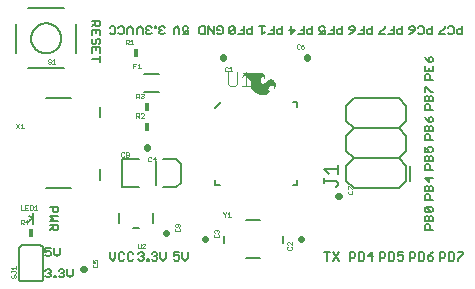
<source format=gbr>
G04 EAGLE Gerber RS-274X export*
G75*
%MOMM*%
%FSLAX34Y34*%
%LPD*%
%INSilkscreen Top*%
%IPPOS*%
%AMOC8*
5,1,8,0,0,1.08239X$1,22.5*%
G01*
%ADD10C,0.127000*%
%ADD11C,0.203200*%
%ADD12C,0.101600*%
%ADD13R,0.457200X0.762000*%
%ADD14C,0.025400*%
%ADD15C,0.558800*%
%ADD16C,0.152400*%

G36*
X222914Y167971D02*
X222914Y167971D01*
X222923Y167975D01*
X222935Y167973D01*
X223974Y168180D01*
X223982Y168185D01*
X223993Y168185D01*
X224990Y168543D01*
X224997Y168549D01*
X225008Y168550D01*
X225942Y169052D01*
X225949Y169061D01*
X225961Y169064D01*
X227098Y169971D01*
X227104Y169982D01*
X227117Y169989D01*
X228038Y171115D01*
X228050Y171158D01*
X228066Y171199D01*
X228064Y171204D01*
X228065Y171210D01*
X228044Y171248D01*
X228025Y171288D01*
X228019Y171291D01*
X228017Y171295D01*
X227988Y171303D01*
X227940Y171321D01*
X227060Y171321D01*
X226940Y171337D01*
X226837Y171381D01*
X226497Y171655D01*
X226249Y172016D01*
X226184Y172190D01*
X226126Y172729D01*
X226224Y173258D01*
X226473Y173746D01*
X227124Y174648D01*
X227478Y175060D01*
X227888Y175411D01*
X228346Y175694D01*
X228840Y175900D01*
X229140Y175959D01*
X229443Y175947D01*
X229962Y175790D01*
X230422Y175504D01*
X230792Y175109D01*
X231047Y174628D01*
X231186Y174138D01*
X231243Y173627D01*
X231243Y173024D01*
X231243Y173023D01*
X231252Y173002D01*
X231281Y172933D01*
X231373Y172898D01*
X231383Y172902D01*
X231458Y172936D01*
X231461Y172938D01*
X231462Y172939D01*
X231463Y172940D01*
X231483Y172961D01*
X231486Y172968D01*
X231494Y172972D01*
X231832Y173407D01*
X231836Y173422D01*
X231848Y173434D01*
X232069Y173938D01*
X232069Y173939D01*
X232221Y174295D01*
X232322Y174523D01*
X232323Y174534D01*
X232329Y174543D01*
X232549Y175421D01*
X232548Y175430D01*
X232552Y175440D01*
X232638Y176340D01*
X232634Y176350D01*
X232638Y176362D01*
X232572Y177230D01*
X232566Y177241D01*
X232567Y177254D01*
X232336Y178094D01*
X232328Y178104D01*
X232327Y178117D01*
X231939Y178897D01*
X231931Y178904D01*
X231928Y178915D01*
X231368Y179692D01*
X231361Y179696D01*
X231357Y179705D01*
X230699Y180401D01*
X230688Y180406D01*
X230680Y180417D01*
X230077Y180848D01*
X230062Y180851D01*
X230049Y180863D01*
X229357Y181130D01*
X229341Y181130D01*
X229326Y181138D01*
X228589Y181225D01*
X228574Y181220D01*
X228557Y181224D01*
X227822Y181125D01*
X227809Y181117D01*
X227792Y181117D01*
X227104Y180837D01*
X227095Y180828D01*
X227081Y180825D01*
X225323Y179638D01*
X225318Y179630D01*
X225307Y179626D01*
X223766Y178173D01*
X223331Y177803D01*
X222828Y177563D01*
X222280Y177461D01*
X221724Y177504D01*
X221199Y177690D01*
X220739Y178005D01*
X220374Y178430D01*
X220081Y178973D01*
X219883Y179559D01*
X219786Y180169D01*
X219821Y180880D01*
X220028Y181558D01*
X220393Y182164D01*
X220721Y182477D01*
X221125Y182683D01*
X221541Y182776D01*
X221969Y182776D01*
X222384Y182683D01*
X222522Y182611D01*
X222636Y182493D01*
X223235Y181669D01*
X223306Y181536D01*
X223334Y181398D01*
X223318Y181240D01*
X223332Y181197D01*
X223343Y181152D01*
X223347Y181150D01*
X223348Y181146D01*
X223389Y181126D01*
X223428Y181103D01*
X223432Y181104D01*
X223436Y181102D01*
X223479Y181117D01*
X223523Y181130D01*
X223525Y181133D01*
X223529Y181135D01*
X223548Y181172D01*
X223569Y181208D01*
X223645Y181691D01*
X223644Y181696D01*
X223646Y181701D01*
X223719Y182641D01*
X223716Y182650D01*
X223719Y182661D01*
X223646Y183601D01*
X223641Y183611D01*
X223642Y183623D01*
X223458Y184322D01*
X223450Y184332D01*
X223449Y184346D01*
X223128Y184994D01*
X223119Y185002D01*
X223115Y185016D01*
X222670Y185586D01*
X222659Y185592D01*
X222653Y185604D01*
X222103Y186074D01*
X222091Y186078D01*
X222082Y186089D01*
X221350Y186490D01*
X221337Y186491D01*
X221326Y186500D01*
X220527Y186740D01*
X220514Y186739D01*
X220501Y186745D01*
X219670Y186815D01*
X219664Y186813D01*
X219659Y186815D01*
X204495Y186815D01*
X204490Y186813D01*
X204486Y186815D01*
X204446Y186794D01*
X204404Y186777D01*
X204403Y186772D01*
X204398Y186770D01*
X204385Y186727D01*
X204369Y186685D01*
X204371Y186680D01*
X204369Y186676D01*
X204405Y186606D01*
X204410Y186596D01*
X204411Y186595D01*
X209893Y181723D01*
X210675Y180869D01*
X211264Y179879D01*
X211391Y179528D01*
X211456Y179160D01*
X211456Y176885D01*
X211458Y176880D01*
X211456Y176874D01*
X211580Y175510D01*
X211586Y175500D01*
X211584Y175488D01*
X211952Y174169D01*
X211960Y174161D01*
X211961Y174148D01*
X212561Y172918D01*
X212568Y172911D01*
X212571Y172900D01*
X213388Y171743D01*
X213396Y171738D01*
X213399Y171729D01*
X214371Y170698D01*
X214379Y170694D01*
X214384Y170686D01*
X215491Y169801D01*
X215501Y169799D01*
X215508Y169790D01*
X217189Y168843D01*
X217200Y168842D01*
X217210Y168834D01*
X219034Y168206D01*
X219045Y168207D01*
X219056Y168200D01*
X220963Y167912D01*
X220974Y167915D01*
X220986Y167911D01*
X222914Y167971D01*
G37*
D10*
X92075Y34550D02*
X92075Y29974D01*
X94363Y27686D01*
X96651Y29974D01*
X96651Y34550D01*
X102991Y34550D02*
X104135Y33406D01*
X102991Y34550D02*
X100703Y34550D01*
X99559Y33406D01*
X99559Y28830D01*
X100703Y27686D01*
X102991Y27686D01*
X104135Y28830D01*
X110475Y34550D02*
X111619Y33406D01*
X110475Y34550D02*
X108187Y34550D01*
X107043Y33406D01*
X107043Y28830D01*
X108187Y27686D01*
X110475Y27686D01*
X111619Y28830D01*
X116205Y33406D02*
X117349Y34550D01*
X119637Y34550D01*
X120781Y33406D01*
X120781Y32262D01*
X119637Y31118D01*
X118493Y31118D01*
X119637Y31118D02*
X120781Y29974D01*
X120781Y28830D01*
X119637Y27686D01*
X117349Y27686D01*
X116205Y28830D01*
X123689Y28830D02*
X123689Y27686D01*
X123689Y28830D02*
X124833Y28830D01*
X124833Y27686D01*
X123689Y27686D01*
X127431Y33406D02*
X128575Y34550D01*
X130863Y34550D01*
X132007Y33406D01*
X132007Y32262D01*
X130863Y31118D01*
X129719Y31118D01*
X130863Y31118D02*
X132007Y29974D01*
X132007Y28830D01*
X130863Y27686D01*
X128575Y27686D01*
X127431Y28830D01*
X134915Y29974D02*
X134915Y34550D01*
X134915Y29974D02*
X137203Y27686D01*
X139491Y29974D01*
X139491Y34550D01*
X146050Y34550D02*
X150626Y34550D01*
X146050Y34550D02*
X146050Y31118D01*
X148338Y32262D01*
X149482Y32262D01*
X150626Y31118D01*
X150626Y28830D01*
X149482Y27686D01*
X147194Y27686D01*
X146050Y28830D01*
X153534Y29974D02*
X153534Y34550D01*
X153534Y29974D02*
X155822Y27686D01*
X158110Y29974D01*
X158110Y34550D01*
X358515Y53721D02*
X365379Y53721D01*
X358515Y53721D02*
X358515Y57153D01*
X359659Y58297D01*
X361947Y58297D01*
X363091Y57153D01*
X363091Y53721D01*
X365379Y61205D02*
X358515Y61205D01*
X358515Y64637D01*
X359659Y65781D01*
X360803Y65781D01*
X361947Y64637D01*
X363091Y65781D01*
X364235Y65781D01*
X365379Y64637D01*
X365379Y61205D01*
X361947Y61205D02*
X361947Y64637D01*
X364235Y68689D02*
X359659Y68689D01*
X358515Y69833D01*
X358515Y72121D01*
X359659Y73265D01*
X364235Y73265D01*
X365379Y72121D01*
X365379Y69833D01*
X364235Y68689D01*
X359659Y73265D01*
X358515Y79121D02*
X365379Y79121D01*
X358515Y79121D02*
X358515Y82553D01*
X359659Y83697D01*
X361947Y83697D01*
X363091Y82553D01*
X363091Y79121D01*
X365379Y86605D02*
X358515Y86605D01*
X358515Y90037D01*
X359659Y91181D01*
X360803Y91181D01*
X361947Y90037D01*
X363091Y91181D01*
X364235Y91181D01*
X365379Y90037D01*
X365379Y86605D01*
X361947Y86605D02*
X361947Y90037D01*
X365379Y97521D02*
X358515Y97521D01*
X361947Y94089D01*
X361947Y98665D01*
X365379Y104521D02*
X358515Y104521D01*
X358515Y107953D01*
X359659Y109097D01*
X361947Y109097D01*
X363091Y107953D01*
X363091Y104521D01*
X365379Y112005D02*
X358515Y112005D01*
X358515Y115437D01*
X359659Y116581D01*
X360803Y116581D01*
X361947Y115437D01*
X363091Y116581D01*
X364235Y116581D01*
X365379Y115437D01*
X365379Y112005D01*
X361947Y112005D02*
X361947Y115437D01*
X358515Y119489D02*
X358515Y124065D01*
X358515Y119489D02*
X361947Y119489D01*
X360803Y121777D01*
X360803Y122921D01*
X361947Y124065D01*
X364235Y124065D01*
X365379Y122921D01*
X365379Y120633D01*
X364235Y119489D01*
X365379Y129921D02*
X358515Y129921D01*
X358515Y133353D01*
X359659Y134497D01*
X361947Y134497D01*
X363091Y133353D01*
X363091Y129921D01*
X365379Y137405D02*
X358515Y137405D01*
X358515Y140837D01*
X359659Y141981D01*
X360803Y141981D01*
X361947Y140837D01*
X363091Y141981D01*
X364235Y141981D01*
X365379Y140837D01*
X365379Y137405D01*
X361947Y137405D02*
X361947Y140837D01*
X359659Y147177D02*
X358515Y149465D01*
X359659Y147177D02*
X361947Y144889D01*
X364235Y144889D01*
X365379Y146033D01*
X365379Y148321D01*
X364235Y149465D01*
X363091Y149465D01*
X361947Y148321D01*
X361947Y144889D01*
X365379Y155321D02*
X358515Y155321D01*
X358515Y158753D01*
X359659Y159897D01*
X361947Y159897D01*
X363091Y158753D01*
X363091Y155321D01*
X365379Y162805D02*
X358515Y162805D01*
X358515Y166237D01*
X359659Y167381D01*
X360803Y167381D01*
X361947Y166237D01*
X363091Y167381D01*
X364235Y167381D01*
X365379Y166237D01*
X365379Y162805D01*
X361947Y162805D02*
X361947Y166237D01*
X358515Y170289D02*
X358515Y174865D01*
X359659Y174865D01*
X364235Y170289D01*
X365379Y170289D01*
X365379Y180721D02*
X358515Y180721D01*
X358515Y184153D01*
X359659Y185297D01*
X361947Y185297D01*
X363091Y184153D01*
X363091Y180721D01*
X358515Y188205D02*
X358515Y192781D01*
X358515Y188205D02*
X365379Y188205D01*
X365379Y192781D01*
X361947Y190493D02*
X361947Y188205D01*
X359659Y197977D02*
X358515Y200265D01*
X359659Y197977D02*
X361947Y195689D01*
X364235Y195689D01*
X365379Y196833D01*
X365379Y199121D01*
X364235Y200265D01*
X363091Y200265D01*
X361947Y199121D01*
X361947Y195689D01*
X111379Y219069D02*
X111379Y223645D01*
X109091Y225933D01*
X106803Y223645D01*
X106803Y219069D01*
X100463Y219069D02*
X99319Y220213D01*
X100463Y219069D02*
X102751Y219069D01*
X103895Y220213D01*
X103895Y224789D01*
X102751Y225933D01*
X100463Y225933D01*
X99319Y224789D01*
X92979Y219069D02*
X91835Y220213D01*
X92979Y219069D02*
X95267Y219069D01*
X96411Y220213D01*
X96411Y224789D01*
X95267Y225933D01*
X92979Y225933D01*
X91835Y224789D01*
X137413Y219069D02*
X138557Y220213D01*
X137413Y219069D02*
X135125Y219069D01*
X133981Y220213D01*
X133981Y221357D01*
X135125Y222501D01*
X136269Y222501D01*
X135125Y222501D02*
X133981Y223645D01*
X133981Y224789D01*
X135125Y225933D01*
X137413Y225933D01*
X138557Y224789D01*
X131073Y224789D02*
X131073Y225933D01*
X131073Y224789D02*
X129929Y224789D01*
X129929Y225933D01*
X131073Y225933D01*
X127331Y220213D02*
X126187Y219069D01*
X123899Y219069D01*
X122755Y220213D01*
X122755Y221357D01*
X123899Y222501D01*
X125043Y222501D01*
X123899Y222501D02*
X122755Y223645D01*
X122755Y224789D01*
X123899Y225933D01*
X126187Y225933D01*
X127331Y224789D01*
X119847Y223645D02*
X119847Y219069D01*
X119847Y223645D02*
X117559Y225933D01*
X115271Y223645D01*
X115271Y219069D01*
X153793Y219069D02*
X158369Y219069D01*
X158369Y222501D01*
X156081Y221357D01*
X154937Y221357D01*
X153793Y222501D01*
X153793Y224789D01*
X154937Y225933D01*
X157225Y225933D01*
X158369Y224789D01*
X150885Y223645D02*
X150885Y219069D01*
X150885Y223645D02*
X148597Y225933D01*
X146309Y223645D01*
X146309Y219069D01*
X182876Y220213D02*
X184020Y219069D01*
X186308Y219069D01*
X187452Y220213D01*
X187452Y224789D01*
X186308Y225933D01*
X184020Y225933D01*
X182876Y224789D01*
X182876Y222501D01*
X185164Y222501D01*
X179968Y225933D02*
X179968Y219069D01*
X175392Y225933D01*
X175392Y219069D01*
X172484Y219069D02*
X172484Y225933D01*
X169052Y225933D01*
X167908Y224789D01*
X167908Y220213D01*
X169052Y219069D01*
X172484Y219069D01*
X212725Y219069D02*
X212725Y225933D01*
X212725Y219069D02*
X209293Y219069D01*
X208149Y220213D01*
X208149Y222501D01*
X209293Y223645D01*
X212725Y223645D01*
X205241Y225933D02*
X205241Y219069D01*
X200665Y219069D01*
X202953Y222501D02*
X205241Y222501D01*
X197757Y224789D02*
X197757Y220213D01*
X196613Y219069D01*
X194325Y219069D01*
X193181Y220213D01*
X193181Y224789D01*
X194325Y225933D01*
X196613Y225933D01*
X197757Y224789D01*
X193181Y220213D01*
X238125Y219069D02*
X238125Y225933D01*
X238125Y219069D02*
X234693Y219069D01*
X233549Y220213D01*
X233549Y222501D01*
X234693Y223645D01*
X238125Y223645D01*
X230641Y225933D02*
X230641Y219069D01*
X226065Y219069D01*
X228353Y222501D02*
X230641Y222501D01*
X223157Y221357D02*
X220869Y219069D01*
X220869Y225933D01*
X223157Y225933D02*
X218581Y225933D01*
X263525Y225933D02*
X263525Y219069D01*
X260093Y219069D01*
X258949Y220213D01*
X258949Y222501D01*
X260093Y223645D01*
X263525Y223645D01*
X256041Y225933D02*
X256041Y219069D01*
X251465Y219069D01*
X253753Y222501D02*
X256041Y222501D01*
X245125Y225933D02*
X245125Y219069D01*
X248557Y222501D01*
X243981Y222501D01*
X288925Y225933D02*
X288925Y219069D01*
X285493Y219069D01*
X284349Y220213D01*
X284349Y222501D01*
X285493Y223645D01*
X288925Y223645D01*
X281441Y225933D02*
X281441Y219069D01*
X276865Y219069D01*
X279153Y222501D02*
X281441Y222501D01*
X273957Y219069D02*
X269381Y219069D01*
X273957Y219069D02*
X273957Y222501D01*
X271669Y221357D01*
X270525Y221357D01*
X269381Y222501D01*
X269381Y224789D01*
X270525Y225933D01*
X272813Y225933D01*
X273957Y224789D01*
X314325Y225933D02*
X314325Y219069D01*
X310893Y219069D01*
X309749Y220213D01*
X309749Y222501D01*
X310893Y223645D01*
X314325Y223645D01*
X306841Y225933D02*
X306841Y219069D01*
X302265Y219069D01*
X304553Y222501D02*
X306841Y222501D01*
X297069Y220213D02*
X294781Y219069D01*
X297069Y220213D02*
X299357Y222501D01*
X299357Y224789D01*
X298213Y225933D01*
X295925Y225933D01*
X294781Y224789D01*
X294781Y223645D01*
X295925Y222501D01*
X299357Y222501D01*
X339725Y225933D02*
X339725Y219069D01*
X336293Y219069D01*
X335149Y220213D01*
X335149Y222501D01*
X336293Y223645D01*
X339725Y223645D01*
X332241Y225933D02*
X332241Y219069D01*
X327665Y219069D01*
X329953Y222501D02*
X332241Y222501D01*
X324757Y219069D02*
X320181Y219069D01*
X320181Y220213D01*
X324757Y224789D01*
X324757Y225933D01*
X365125Y225933D02*
X365125Y219069D01*
X361693Y219069D01*
X360549Y220213D01*
X360549Y222501D01*
X361693Y223645D01*
X365125Y223645D01*
X354209Y219069D02*
X353065Y220213D01*
X354209Y219069D02*
X356497Y219069D01*
X357641Y220213D01*
X357641Y224789D01*
X356497Y225933D01*
X354209Y225933D01*
X353065Y224789D01*
X347869Y220213D02*
X345581Y219069D01*
X347869Y220213D02*
X350157Y222501D01*
X350157Y224789D01*
X349013Y225933D01*
X346725Y225933D01*
X345581Y224789D01*
X345581Y223645D01*
X346725Y222501D01*
X350157Y222501D01*
X390525Y225933D02*
X390525Y219069D01*
X387093Y219069D01*
X385949Y220213D01*
X385949Y222501D01*
X387093Y223645D01*
X390525Y223645D01*
X379609Y219069D02*
X378465Y220213D01*
X379609Y219069D02*
X381897Y219069D01*
X383041Y220213D01*
X383041Y224789D01*
X381897Y225933D01*
X379609Y225933D01*
X378465Y224789D01*
X375557Y219069D02*
X370981Y219069D01*
X370981Y220213D01*
X375557Y224789D01*
X375557Y225933D01*
X42041Y37979D02*
X37465Y37979D01*
X37465Y34547D01*
X39753Y35691D01*
X40897Y35691D01*
X42041Y34547D01*
X42041Y32259D01*
X40897Y31115D01*
X38609Y31115D01*
X37465Y32259D01*
X44949Y33403D02*
X44949Y37979D01*
X44949Y33403D02*
X47237Y31115D01*
X49525Y33403D01*
X49525Y37979D01*
X38609Y20199D02*
X37465Y19055D01*
X38609Y20199D02*
X40897Y20199D01*
X42041Y19055D01*
X42041Y17911D01*
X40897Y16767D01*
X39753Y16767D01*
X40897Y16767D02*
X42041Y15623D01*
X42041Y14479D01*
X40897Y13335D01*
X38609Y13335D01*
X37465Y14479D01*
X44949Y14479D02*
X44949Y13335D01*
X44949Y14479D02*
X46093Y14479D01*
X46093Y13335D01*
X44949Y13335D01*
X48691Y19055D02*
X49835Y20199D01*
X52123Y20199D01*
X53267Y19055D01*
X53267Y17911D01*
X52123Y16767D01*
X50979Y16767D01*
X52123Y16767D02*
X53267Y15623D01*
X53267Y14479D01*
X52123Y13335D01*
X49835Y13335D01*
X48691Y14479D01*
X56175Y15623D02*
X56175Y20199D01*
X56175Y15623D02*
X58463Y13335D01*
X60751Y15623D01*
X60751Y20199D01*
X76835Y230505D02*
X83699Y230505D01*
X83699Y227073D01*
X82555Y225929D01*
X80267Y225929D01*
X79123Y227073D01*
X79123Y230505D01*
X79123Y228217D02*
X76835Y225929D01*
X83699Y223021D02*
X83699Y218445D01*
X83699Y223021D02*
X76835Y223021D01*
X76835Y218445D01*
X80267Y220733D02*
X80267Y223021D01*
X83699Y212105D02*
X82555Y210961D01*
X83699Y212105D02*
X83699Y214393D01*
X82555Y215537D01*
X81411Y215537D01*
X80267Y214393D01*
X80267Y212105D01*
X79123Y210961D01*
X77979Y210961D01*
X76835Y212105D01*
X76835Y214393D01*
X77979Y215537D01*
X83699Y208053D02*
X83699Y203477D01*
X83699Y208053D02*
X76835Y208053D01*
X76835Y203477D01*
X80267Y205765D02*
X80267Y208053D01*
X76835Y198280D02*
X83699Y198280D01*
X83699Y200568D02*
X83699Y195992D01*
X48139Y73025D02*
X41275Y73025D01*
X48139Y73025D02*
X48139Y69593D01*
X46995Y68449D01*
X44707Y68449D01*
X43563Y69593D01*
X43563Y73025D01*
X41275Y65541D02*
X48139Y65541D01*
X43563Y63253D02*
X41275Y65541D01*
X43563Y63253D02*
X41275Y60965D01*
X48139Y60965D01*
X48139Y58057D02*
X41275Y58057D01*
X48139Y58057D02*
X48139Y54625D01*
X46995Y53481D01*
X44707Y53481D01*
X43563Y54625D01*
X43563Y58057D01*
X43563Y55769D02*
X41275Y53481D01*
X275973Y34550D02*
X275973Y27686D01*
X273685Y34550D02*
X278261Y34550D01*
X281169Y34550D02*
X285745Y27686D01*
X281169Y27686D02*
X285745Y34550D01*
X295275Y34550D02*
X295275Y27686D01*
X295275Y34550D02*
X298707Y34550D01*
X299851Y33406D01*
X299851Y31118D01*
X298707Y29974D01*
X295275Y29974D01*
X302759Y27686D02*
X302759Y34550D01*
X302759Y27686D02*
X306191Y27686D01*
X307335Y28830D01*
X307335Y33406D01*
X306191Y34550D01*
X302759Y34550D01*
X313675Y34550D02*
X313675Y27686D01*
X310243Y31118D02*
X313675Y34550D01*
X314819Y31118D02*
X310243Y31118D01*
X320675Y27686D02*
X320675Y34550D01*
X324107Y34550D01*
X325251Y33406D01*
X325251Y31118D01*
X324107Y29974D01*
X320675Y29974D01*
X328159Y27686D02*
X328159Y34550D01*
X328159Y27686D02*
X331591Y27686D01*
X332735Y28830D01*
X332735Y33406D01*
X331591Y34550D01*
X328159Y34550D01*
X335643Y34550D02*
X340219Y34550D01*
X335643Y34550D02*
X335643Y31118D01*
X337931Y32262D01*
X339075Y32262D01*
X340219Y31118D01*
X340219Y28830D01*
X339075Y27686D01*
X336787Y27686D01*
X335643Y28830D01*
X346075Y27686D02*
X346075Y34550D01*
X349507Y34550D01*
X350651Y33406D01*
X350651Y31118D01*
X349507Y29974D01*
X346075Y29974D01*
X353559Y27686D02*
X353559Y34550D01*
X353559Y27686D02*
X356991Y27686D01*
X358135Y28830D01*
X358135Y33406D01*
X356991Y34550D01*
X353559Y34550D01*
X363331Y33406D02*
X365619Y34550D01*
X363331Y33406D02*
X361043Y31118D01*
X361043Y28830D01*
X362187Y27686D01*
X364475Y27686D01*
X365619Y28830D01*
X365619Y29974D01*
X364475Y31118D01*
X361043Y31118D01*
X371475Y27686D02*
X371475Y34550D01*
X374907Y34550D01*
X376051Y33406D01*
X376051Y31118D01*
X374907Y29974D01*
X371475Y29974D01*
X378959Y27686D02*
X378959Y34550D01*
X378959Y27686D02*
X382391Y27686D01*
X383535Y28830D01*
X383535Y33406D01*
X382391Y34550D01*
X378959Y34550D01*
X386443Y34550D02*
X391019Y34550D01*
X391019Y33406D01*
X386443Y28830D01*
X386443Y27686D01*
D11*
X250900Y92000D02*
X246900Y92000D01*
X250900Y92000D02*
X250900Y96000D01*
X184900Y92000D02*
X180900Y92000D01*
X180900Y96000D01*
X250900Y158000D02*
X250900Y162000D01*
X246900Y162000D01*
X185900Y162000D02*
X180900Y157000D01*
D12*
X191908Y177457D02*
X191908Y187202D01*
X191908Y177457D02*
X193857Y175508D01*
X197755Y175508D01*
X199704Y177457D01*
X199704Y187202D01*
X203602Y183304D02*
X207500Y187202D01*
X207500Y175508D01*
X203602Y175508D02*
X211398Y175508D01*
D13*
X114300Y203200D03*
D14*
X105537Y210947D02*
X105537Y214760D01*
X107444Y214760D01*
X108079Y214125D01*
X108079Y212854D01*
X107444Y212218D01*
X105537Y212218D01*
X106808Y212218D02*
X108079Y210947D01*
X109279Y213489D02*
X110550Y214760D01*
X110550Y210947D01*
X109279Y210947D02*
X111821Y210947D01*
D11*
X63500Y203200D02*
X63500Y228300D01*
X53500Y190500D02*
X22700Y190500D01*
X12700Y203500D02*
X12700Y228300D01*
X22700Y241300D02*
X53500Y241300D01*
X25400Y215900D02*
X25404Y216212D01*
X25415Y216523D01*
X25434Y216834D01*
X25461Y217145D01*
X25496Y217455D01*
X25537Y217763D01*
X25587Y218071D01*
X25644Y218378D01*
X25709Y218683D01*
X25781Y218986D01*
X25860Y219287D01*
X25947Y219587D01*
X26041Y219884D01*
X26142Y220179D01*
X26251Y220471D01*
X26367Y220760D01*
X26490Y221047D01*
X26619Y221330D01*
X26756Y221610D01*
X26900Y221887D01*
X27050Y222160D01*
X27207Y222429D01*
X27370Y222694D01*
X27540Y222956D01*
X27717Y223213D01*
X27899Y223465D01*
X28088Y223713D01*
X28283Y223957D01*
X28483Y224195D01*
X28690Y224429D01*
X28902Y224657D01*
X29120Y224880D01*
X29343Y225098D01*
X29571Y225310D01*
X29805Y225517D01*
X30043Y225717D01*
X30287Y225912D01*
X30535Y226101D01*
X30787Y226283D01*
X31044Y226460D01*
X31306Y226630D01*
X31571Y226793D01*
X31840Y226950D01*
X32113Y227100D01*
X32390Y227244D01*
X32670Y227381D01*
X32953Y227510D01*
X33240Y227633D01*
X33529Y227749D01*
X33821Y227858D01*
X34116Y227959D01*
X34413Y228053D01*
X34713Y228140D01*
X35014Y228219D01*
X35317Y228291D01*
X35622Y228356D01*
X35929Y228413D01*
X36237Y228463D01*
X36545Y228504D01*
X36855Y228539D01*
X37166Y228566D01*
X37477Y228585D01*
X37788Y228596D01*
X38100Y228600D01*
X38412Y228596D01*
X38723Y228585D01*
X39034Y228566D01*
X39345Y228539D01*
X39655Y228504D01*
X39963Y228463D01*
X40271Y228413D01*
X40578Y228356D01*
X40883Y228291D01*
X41186Y228219D01*
X41487Y228140D01*
X41787Y228053D01*
X42084Y227959D01*
X42379Y227858D01*
X42671Y227749D01*
X42960Y227633D01*
X43247Y227510D01*
X43530Y227381D01*
X43810Y227244D01*
X44087Y227100D01*
X44360Y226950D01*
X44629Y226793D01*
X44894Y226630D01*
X45156Y226460D01*
X45413Y226283D01*
X45665Y226101D01*
X45913Y225912D01*
X46157Y225717D01*
X46395Y225517D01*
X46629Y225310D01*
X46857Y225098D01*
X47080Y224880D01*
X47298Y224657D01*
X47510Y224429D01*
X47717Y224195D01*
X47917Y223957D01*
X48112Y223713D01*
X48301Y223465D01*
X48483Y223213D01*
X48660Y222956D01*
X48830Y222694D01*
X48993Y222429D01*
X49150Y222160D01*
X49300Y221887D01*
X49444Y221610D01*
X49581Y221330D01*
X49710Y221047D01*
X49833Y220760D01*
X49949Y220471D01*
X50058Y220179D01*
X50159Y219884D01*
X50253Y219587D01*
X50340Y219287D01*
X50419Y218986D01*
X50491Y218683D01*
X50556Y218378D01*
X50613Y218071D01*
X50663Y217763D01*
X50704Y217455D01*
X50739Y217145D01*
X50766Y216834D01*
X50785Y216523D01*
X50796Y216212D01*
X50800Y215900D01*
X50796Y215588D01*
X50785Y215277D01*
X50766Y214966D01*
X50739Y214655D01*
X50704Y214345D01*
X50663Y214037D01*
X50613Y213729D01*
X50556Y213422D01*
X50491Y213117D01*
X50419Y212814D01*
X50340Y212513D01*
X50253Y212213D01*
X50159Y211916D01*
X50058Y211621D01*
X49949Y211329D01*
X49833Y211040D01*
X49710Y210753D01*
X49581Y210470D01*
X49444Y210190D01*
X49300Y209913D01*
X49150Y209640D01*
X48993Y209371D01*
X48830Y209106D01*
X48660Y208844D01*
X48483Y208587D01*
X48301Y208335D01*
X48112Y208087D01*
X47917Y207843D01*
X47717Y207605D01*
X47510Y207371D01*
X47298Y207143D01*
X47080Y206920D01*
X46857Y206702D01*
X46629Y206490D01*
X46395Y206283D01*
X46157Y206083D01*
X45913Y205888D01*
X45665Y205699D01*
X45413Y205517D01*
X45156Y205340D01*
X44894Y205170D01*
X44629Y205007D01*
X44360Y204850D01*
X44087Y204700D01*
X43810Y204556D01*
X43530Y204419D01*
X43247Y204290D01*
X42960Y204167D01*
X42671Y204051D01*
X42379Y203942D01*
X42084Y203841D01*
X41787Y203747D01*
X41487Y203660D01*
X41186Y203581D01*
X40883Y203509D01*
X40578Y203444D01*
X40271Y203387D01*
X39963Y203337D01*
X39655Y203296D01*
X39345Y203261D01*
X39034Y203234D01*
X38723Y203215D01*
X38412Y203204D01*
X38100Y203200D01*
X37788Y203204D01*
X37477Y203215D01*
X37166Y203234D01*
X36855Y203261D01*
X36545Y203296D01*
X36237Y203337D01*
X35929Y203387D01*
X35622Y203444D01*
X35317Y203509D01*
X35014Y203581D01*
X34713Y203660D01*
X34413Y203747D01*
X34116Y203841D01*
X33821Y203942D01*
X33529Y204051D01*
X33240Y204167D01*
X32953Y204290D01*
X32670Y204419D01*
X32390Y204556D01*
X32113Y204700D01*
X31840Y204850D01*
X31571Y205007D01*
X31306Y205170D01*
X31044Y205340D01*
X30787Y205517D01*
X30535Y205699D01*
X30287Y205888D01*
X30043Y206083D01*
X29805Y206283D01*
X29571Y206490D01*
X29343Y206702D01*
X29120Y206920D01*
X28902Y207143D01*
X28690Y207371D01*
X28483Y207605D01*
X28283Y207843D01*
X28088Y208087D01*
X27899Y208335D01*
X27717Y208587D01*
X27540Y208844D01*
X27370Y209106D01*
X27207Y209371D01*
X27050Y209640D01*
X26900Y209913D01*
X26756Y210190D01*
X26619Y210470D01*
X26490Y210753D01*
X26367Y211040D01*
X26251Y211329D01*
X26142Y211621D01*
X26041Y211916D01*
X25947Y212213D01*
X25860Y212513D01*
X25781Y212814D01*
X25709Y213117D01*
X25644Y213422D01*
X25587Y213729D01*
X25537Y214037D01*
X25496Y214345D01*
X25461Y214655D01*
X25434Y214966D01*
X25415Y215277D01*
X25404Y215588D01*
X25400Y215900D01*
D14*
X41539Y197996D02*
X42175Y197361D01*
X41539Y197996D02*
X40268Y197996D01*
X39633Y197361D01*
X39633Y196725D01*
X40268Y196090D01*
X41539Y196090D01*
X42175Y195454D01*
X42175Y194819D01*
X41539Y194183D01*
X40268Y194183D01*
X39633Y194819D01*
X43375Y196725D02*
X44646Y197996D01*
X44646Y194183D01*
X43375Y194183D02*
X45917Y194183D01*
D15*
X187960Y199085D02*
X187960Y199695D01*
D14*
X191399Y191646D02*
X192035Y191011D01*
X191399Y191646D02*
X190128Y191646D01*
X189493Y191011D01*
X189493Y188469D01*
X190128Y187833D01*
X191399Y187833D01*
X192035Y188469D01*
X193235Y190375D02*
X194506Y191646D01*
X194506Y187833D01*
X193235Y187833D02*
X195777Y187833D01*
D11*
X207360Y61720D02*
X219360Y61720D01*
X238360Y48720D02*
X238360Y42720D01*
X219360Y29720D02*
X207360Y29720D01*
X188360Y42720D02*
X188360Y48720D01*
D14*
X188087Y68075D02*
X188087Y68710D01*
X188087Y68075D02*
X189358Y66804D01*
X190629Y68075D01*
X190629Y68710D01*
X189358Y66804D02*
X189358Y64897D01*
X191829Y67439D02*
X193100Y68710D01*
X193100Y64897D01*
X191829Y64897D02*
X194371Y64897D01*
D15*
X253695Y45720D02*
X254305Y45720D01*
D14*
X243075Y39499D02*
X242440Y38864D01*
X242440Y37593D01*
X243075Y36957D01*
X245617Y36957D01*
X246253Y37593D01*
X246253Y38864D01*
X245617Y39499D01*
X246253Y40699D02*
X246253Y43241D01*
X246253Y40699D02*
X243711Y43241D01*
X243075Y43241D01*
X242440Y42606D01*
X242440Y41335D01*
X243075Y40699D01*
D15*
X173025Y45720D02*
X172415Y45720D01*
D14*
X180464Y49159D02*
X181099Y49795D01*
X180464Y49159D02*
X180464Y47888D01*
X181099Y47253D01*
X183641Y47253D01*
X184277Y47888D01*
X184277Y49159D01*
X183641Y49795D01*
X181099Y50995D02*
X180464Y51630D01*
X180464Y52902D01*
X181099Y53537D01*
X181735Y53537D01*
X182370Y52902D01*
X182370Y52266D01*
X182370Y52902D02*
X183006Y53537D01*
X183641Y53537D01*
X184277Y52902D01*
X184277Y51630D01*
X183641Y50995D01*
D11*
X58800Y165000D02*
X37800Y165000D01*
X83800Y158000D02*
X83800Y149000D01*
X83800Y105000D02*
X83800Y96000D01*
X58800Y89000D02*
X37800Y89000D01*
D14*
X15369Y139827D02*
X12827Y143640D01*
X15369Y143640D02*
X12827Y139827D01*
X16569Y142369D02*
X17840Y143640D01*
X17840Y139827D01*
X16569Y139827D02*
X19111Y139827D01*
D11*
X120650Y170180D02*
X133350Y170180D01*
X133350Y185420D02*
X120650Y185420D01*
D14*
X111887Y190627D02*
X111887Y194440D01*
X114429Y194440D01*
X113158Y192534D02*
X111887Y192534D01*
X115629Y193169D02*
X116900Y194440D01*
X116900Y190627D01*
X115629Y190627D02*
X118171Y190627D01*
D13*
X123190Y140970D03*
D14*
X114427Y148717D02*
X114427Y152530D01*
X116334Y152530D01*
X116969Y151895D01*
X116969Y150624D01*
X116334Y149988D01*
X114427Y149988D01*
X115698Y149988D02*
X116969Y148717D01*
X118169Y148717D02*
X120711Y148717D01*
X118169Y148717D02*
X120711Y151259D01*
X120711Y151895D01*
X120076Y152530D01*
X118805Y152530D01*
X118169Y151895D01*
D13*
X123190Y157480D03*
D14*
X114427Y165227D02*
X114427Y169040D01*
X116334Y169040D01*
X116969Y168405D01*
X116969Y167134D01*
X116334Y166498D01*
X114427Y166498D01*
X115698Y166498D02*
X116969Y165227D01*
X118169Y168405D02*
X118805Y169040D01*
X120076Y169040D01*
X120711Y168405D01*
X120711Y167769D01*
X120076Y167134D01*
X119440Y167134D01*
X120076Y167134D02*
X120711Y166498D01*
X120711Y165863D01*
X120076Y165227D01*
X118805Y165227D01*
X118169Y165863D01*
D13*
X25400Y50800D03*
D14*
X16637Y58547D02*
X16637Y62360D01*
X18544Y62360D01*
X19179Y61725D01*
X19179Y60454D01*
X18544Y59818D01*
X16637Y59818D01*
X17908Y59818D02*
X19179Y58547D01*
X22286Y58547D02*
X22286Y62360D01*
X20379Y60454D01*
X22921Y60454D01*
D11*
X27100Y58900D02*
X27100Y63500D01*
X27100Y68100D01*
X27100Y63500D02*
X24000Y61162D01*
X26946Y63754D02*
X24000Y65684D01*
D14*
X16637Y70612D02*
X16637Y74425D01*
X16637Y70612D02*
X19179Y70612D01*
X20379Y74425D02*
X22921Y74425D01*
X20379Y74425D02*
X20379Y70612D01*
X22921Y70612D01*
X21650Y72519D02*
X20379Y72519D01*
X24121Y74425D02*
X24121Y70612D01*
X26028Y70612D01*
X26663Y71248D01*
X26663Y73790D01*
X26028Y74425D01*
X24121Y74425D01*
X27863Y73154D02*
X29134Y74425D01*
X29134Y70612D01*
X27863Y70612D02*
X30405Y70612D01*
D15*
X123190Y122885D02*
X123190Y123495D01*
D14*
X126629Y115446D02*
X127265Y114811D01*
X126629Y115446D02*
X125358Y115446D01*
X124723Y114811D01*
X124723Y112269D01*
X125358Y111633D01*
X126629Y111633D01*
X127265Y112269D01*
X130372Y111633D02*
X130372Y115446D01*
X128465Y113540D01*
X131007Y113540D01*
D11*
X100076Y67794D02*
X100076Y59206D01*
X128524Y59206D02*
X128524Y67794D01*
X116984Y55396D02*
X111616Y55396D01*
D14*
X115833Y41786D02*
X115833Y38609D01*
X116468Y37973D01*
X117739Y37973D01*
X118375Y38609D01*
X118375Y41786D01*
X119575Y37973D02*
X122117Y37973D01*
X119575Y37973D02*
X122117Y40515D01*
X122117Y41151D01*
X121482Y41786D01*
X120210Y41786D01*
X119575Y41151D01*
D15*
X70155Y20320D02*
X69545Y20320D01*
D14*
X77594Y23759D02*
X78229Y24395D01*
X77594Y23759D02*
X77594Y22488D01*
X78229Y21853D01*
X80771Y21853D01*
X81407Y22488D01*
X81407Y23759D01*
X80771Y24395D01*
X77594Y25595D02*
X77594Y28137D01*
X77594Y25595D02*
X79500Y25595D01*
X78865Y26866D01*
X78865Y27502D01*
X79500Y28137D01*
X80771Y28137D01*
X81407Y27502D01*
X81407Y26230D01*
X80771Y25595D01*
D16*
X35560Y38100D02*
X35560Y12700D01*
X15240Y38100D02*
X15242Y38200D01*
X15248Y38299D01*
X15258Y38399D01*
X15271Y38497D01*
X15289Y38596D01*
X15310Y38693D01*
X15335Y38789D01*
X15364Y38885D01*
X15397Y38979D01*
X15433Y39072D01*
X15473Y39163D01*
X15517Y39253D01*
X15564Y39341D01*
X15614Y39427D01*
X15668Y39511D01*
X15725Y39593D01*
X15785Y39672D01*
X15849Y39750D01*
X15915Y39824D01*
X15984Y39896D01*
X16056Y39965D01*
X16130Y40031D01*
X16208Y40095D01*
X16287Y40155D01*
X16369Y40212D01*
X16453Y40266D01*
X16539Y40316D01*
X16627Y40363D01*
X16717Y40407D01*
X16808Y40447D01*
X16901Y40483D01*
X16995Y40516D01*
X17091Y40545D01*
X17187Y40570D01*
X17284Y40591D01*
X17383Y40609D01*
X17481Y40622D01*
X17581Y40632D01*
X17680Y40638D01*
X17780Y40640D01*
X15240Y12700D02*
X15242Y12600D01*
X15248Y12501D01*
X15258Y12401D01*
X15271Y12303D01*
X15289Y12204D01*
X15310Y12107D01*
X15335Y12011D01*
X15364Y11915D01*
X15397Y11821D01*
X15433Y11728D01*
X15473Y11637D01*
X15517Y11547D01*
X15564Y11459D01*
X15614Y11373D01*
X15668Y11289D01*
X15725Y11207D01*
X15785Y11128D01*
X15849Y11050D01*
X15915Y10976D01*
X15984Y10904D01*
X16056Y10835D01*
X16130Y10769D01*
X16208Y10705D01*
X16287Y10645D01*
X16369Y10588D01*
X16453Y10534D01*
X16539Y10484D01*
X16627Y10437D01*
X16717Y10393D01*
X16808Y10353D01*
X16901Y10317D01*
X16995Y10284D01*
X17091Y10255D01*
X17187Y10230D01*
X17284Y10209D01*
X17383Y10191D01*
X17481Y10178D01*
X17581Y10168D01*
X17680Y10162D01*
X17780Y10160D01*
X33020Y10160D02*
X33120Y10162D01*
X33219Y10168D01*
X33319Y10178D01*
X33417Y10191D01*
X33516Y10209D01*
X33613Y10230D01*
X33709Y10255D01*
X33805Y10284D01*
X33899Y10317D01*
X33992Y10353D01*
X34083Y10393D01*
X34173Y10437D01*
X34261Y10484D01*
X34347Y10534D01*
X34431Y10588D01*
X34513Y10645D01*
X34592Y10705D01*
X34670Y10769D01*
X34744Y10835D01*
X34816Y10904D01*
X34885Y10976D01*
X34951Y11050D01*
X35015Y11128D01*
X35075Y11207D01*
X35132Y11289D01*
X35186Y11373D01*
X35236Y11459D01*
X35283Y11547D01*
X35327Y11637D01*
X35367Y11728D01*
X35403Y11821D01*
X35436Y11915D01*
X35465Y12011D01*
X35490Y12107D01*
X35511Y12204D01*
X35529Y12303D01*
X35542Y12401D01*
X35552Y12501D01*
X35558Y12600D01*
X35560Y12700D01*
X35560Y38100D02*
X35558Y38200D01*
X35552Y38299D01*
X35542Y38399D01*
X35529Y38497D01*
X35511Y38596D01*
X35490Y38693D01*
X35465Y38789D01*
X35436Y38885D01*
X35403Y38979D01*
X35367Y39072D01*
X35327Y39163D01*
X35283Y39253D01*
X35236Y39341D01*
X35186Y39427D01*
X35132Y39511D01*
X35075Y39593D01*
X35015Y39672D01*
X34951Y39750D01*
X34885Y39824D01*
X34816Y39896D01*
X34744Y39965D01*
X34670Y40031D01*
X34592Y40095D01*
X34513Y40155D01*
X34431Y40212D01*
X34347Y40266D01*
X34261Y40316D01*
X34173Y40363D01*
X34083Y40407D01*
X33992Y40447D01*
X33899Y40483D01*
X33805Y40516D01*
X33709Y40545D01*
X33613Y40570D01*
X33516Y40591D01*
X33417Y40609D01*
X33319Y40622D01*
X33219Y40632D01*
X33120Y40638D01*
X33020Y40640D01*
X17780Y40640D01*
X17780Y10160D02*
X33020Y10160D01*
X15240Y12700D02*
X15240Y38100D01*
D14*
X9395Y15369D02*
X8760Y14734D01*
X8760Y13463D01*
X9395Y12827D01*
X10031Y12827D01*
X10666Y13463D01*
X10666Y14734D01*
X11302Y15369D01*
X11937Y15369D01*
X12573Y14734D01*
X12573Y13463D01*
X11937Y12827D01*
X11937Y16569D02*
X12573Y17205D01*
X12573Y17840D01*
X11937Y18476D01*
X8760Y18476D01*
X8760Y19111D02*
X8760Y17840D01*
X10031Y20311D02*
X8760Y21582D01*
X12573Y21582D01*
X12573Y20311D02*
X12573Y22853D01*
D15*
X259080Y199085D02*
X259080Y199695D01*
D14*
X252859Y210315D02*
X252224Y210950D01*
X250953Y210950D01*
X250317Y210315D01*
X250317Y207773D01*
X250953Y207137D01*
X252224Y207137D01*
X252859Y207773D01*
X255330Y210315D02*
X256601Y210950D01*
X255330Y210315D02*
X254059Y209044D01*
X254059Y207773D01*
X254695Y207137D01*
X255966Y207137D01*
X256601Y207773D01*
X256601Y208408D01*
X255966Y209044D01*
X254059Y209044D01*
D15*
X285445Y82550D02*
X286055Y82550D01*
D14*
X293494Y85989D02*
X294129Y86625D01*
X293494Y85989D02*
X293494Y84718D01*
X294129Y84083D01*
X296671Y84083D01*
X297307Y84718D01*
X297307Y85989D01*
X296671Y86625D01*
X293494Y87825D02*
X293494Y90367D01*
X294129Y90367D01*
X296671Y87825D01*
X297307Y87825D01*
D11*
X117000Y89600D02*
X102000Y89600D01*
X102000Y113600D01*
X117000Y113600D01*
X137000Y89600D02*
X148000Y89600D01*
X152000Y93600D01*
X152000Y109600D01*
X148000Y113600D01*
X137000Y113600D01*
D10*
X130810Y111760D02*
X130810Y91440D01*
D14*
X104269Y118715D02*
X103634Y119350D01*
X102363Y119350D01*
X101727Y118715D01*
X101727Y116173D01*
X102363Y115537D01*
X103634Y115537D01*
X104269Y116173D01*
X105469Y118715D02*
X106105Y119350D01*
X107376Y119350D01*
X108011Y118715D01*
X108011Y118079D01*
X107376Y117444D01*
X108011Y116808D01*
X108011Y116173D01*
X107376Y115537D01*
X106105Y115537D01*
X105469Y116173D01*
X105469Y116808D01*
X106105Y117444D01*
X105469Y118079D01*
X105469Y118715D01*
X106105Y117444D02*
X107376Y117444D01*
D11*
X336550Y88900D02*
X342900Y95250D01*
X342900Y107950D02*
X336550Y114300D01*
X342900Y120650D01*
X342900Y133350D02*
X336550Y139700D01*
X342900Y146050D01*
X342900Y158750D02*
X336550Y165100D01*
X336550Y88900D02*
X298450Y88900D01*
X292100Y95250D01*
X292100Y107950D01*
X298450Y114300D01*
X292100Y120650D01*
X292100Y133350D01*
X298450Y139700D01*
X292100Y146050D01*
X292100Y158750D01*
X298450Y165100D01*
X298450Y114300D02*
X336550Y114300D01*
X336550Y139700D02*
X298450Y139700D01*
X298450Y165100D02*
X336550Y165100D01*
X342900Y158750D02*
X342900Y146050D01*
X342900Y133350D02*
X342900Y120650D01*
X342900Y107950D02*
X342900Y95250D01*
X346250Y95250D02*
X346250Y107950D01*
D10*
X285115Y91442D02*
X283208Y89535D01*
X285115Y91442D02*
X285115Y93348D01*
X283208Y95255D01*
X273675Y95255D01*
X273675Y93348D02*
X273675Y97162D01*
X277489Y101229D02*
X273675Y105042D01*
X285115Y105042D01*
X285115Y101229D02*
X285115Y108855D01*
D15*
X140005Y50800D02*
X139395Y50800D01*
D14*
X147444Y54239D02*
X148079Y54875D01*
X147444Y54239D02*
X147444Y52968D01*
X148079Y52333D01*
X150621Y52333D01*
X151257Y52968D01*
X151257Y54239D01*
X150621Y54875D01*
X150621Y56075D02*
X151257Y56710D01*
X151257Y57982D01*
X150621Y58617D01*
X148079Y58617D01*
X147444Y57982D01*
X147444Y56710D01*
X148079Y56075D01*
X148715Y56075D01*
X149350Y56710D01*
X149350Y58617D01*
M02*

</source>
